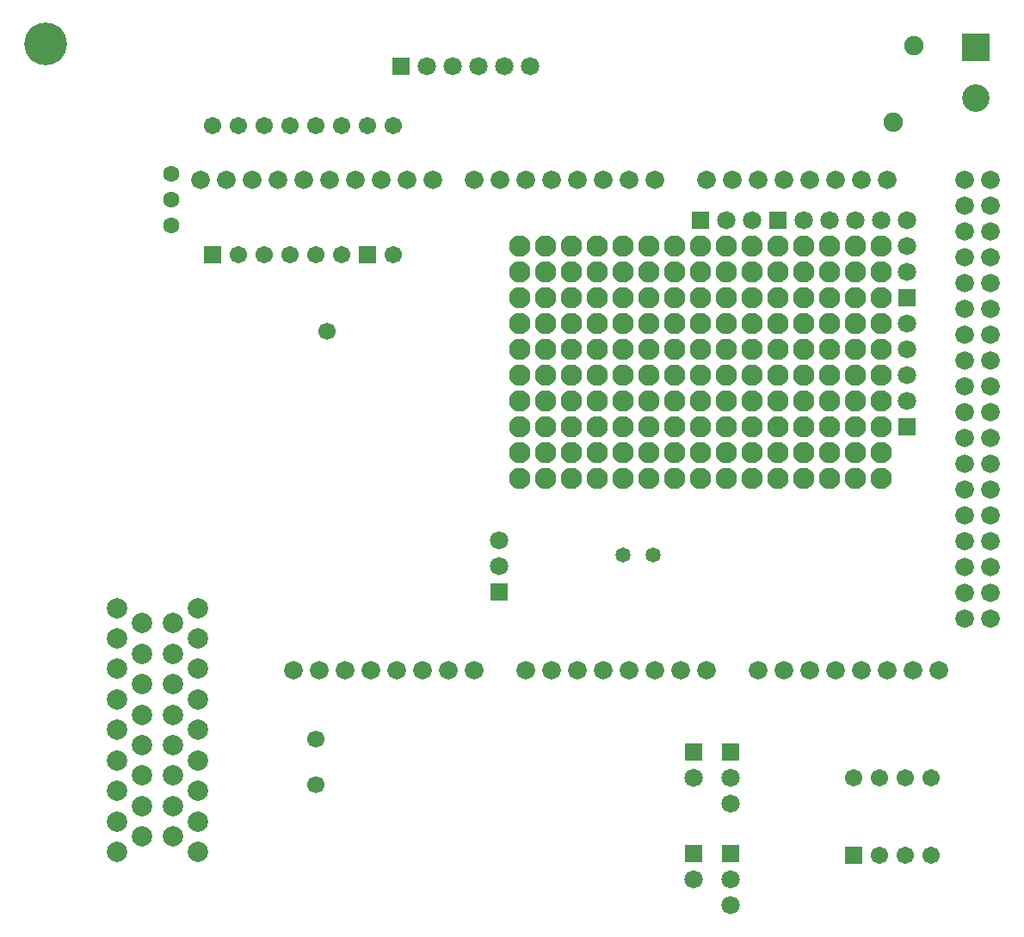
<source format=gbs>
G04*
G04 #@! TF.GenerationSoftware,Altium Limited,Altium Designer,20.2.4 (192)*
G04*
G04 Layer_Color=16711935*
%FSLAX44Y44*%
%MOMM*%
G71*
G04*
G04 #@! TF.SameCoordinates,BE2EEFCD-C29F-4362-AD25-489BCFFAE24D*
G04*
G04*
G04 #@! TF.FilePolarity,Negative*
G04*
G01*
G75*
%ADD47C,1.7000*%
%ADD48C,2.0032*%
%ADD49C,2.1020*%
G04:AMPARAMS|DCode=50|XSize=1.802mm|YSize=1.802mm|CornerRadius=0.901mm|HoleSize=0mm|Usage=FLASHONLY|Rotation=90.000|XOffset=0mm|YOffset=0mm|HoleType=Round|Shape=RoundedRectangle|*
%AMROUNDEDRECTD50*
21,1,1.8020,0.0000,0,0,90.0*
21,1,0.0000,1.8020,0,0,90.0*
1,1,1.8020,0.0000,0.0000*
1,1,1.8020,0.0000,0.0000*
1,1,1.8020,0.0000,0.0000*
1,1,1.8020,0.0000,0.0000*
%
%ADD50ROUNDEDRECTD50*%
%ADD51R,1.8020X1.8020*%
G04:AMPARAMS|DCode=52|XSize=1.802mm|YSize=1.802mm|CornerRadius=0.901mm|HoleSize=0mm|Usage=FLASHONLY|Rotation=0.000|XOffset=0mm|YOffset=0mm|HoleType=Round|Shape=RoundedRectangle|*
%AMROUNDEDRECTD52*
21,1,1.8020,0.0000,0,0,0.0*
21,1,0.0000,1.8020,0,0,0.0*
1,1,1.8020,0.0000,0.0000*
1,1,1.8020,0.0000,0.0000*
1,1,1.8020,0.0000,0.0000*
1,1,1.8020,0.0000,0.0000*
%
%ADD52ROUNDEDRECTD52*%
%ADD53R,1.8020X1.8020*%
%ADD54C,1.6020*%
%ADD55C,0.1020*%
%ADD56C,4.2020*%
%ADD57C,1.9020*%
G04:AMPARAMS|DCode=58|XSize=1.8292mm|YSize=1.8292mm|CornerRadius=0.9146mm|HoleSize=0mm|Usage=FLASHONLY|Rotation=0.000|XOffset=0mm|YOffset=0mm|HoleType=Round|Shape=RoundedRectangle|*
%AMROUNDEDRECTD58*
21,1,1.8292,0.0000,0,0,0.0*
21,1,0.0000,1.8292,0,0,0.0*
1,1,1.8292,0.0000,0.0000*
1,1,1.8292,0.0000,0.0000*
1,1,1.8292,0.0000,0.0000*
1,1,1.8292,0.0000,0.0000*
%
%ADD58ROUNDEDRECTD58*%
%ADD59C,1.4830*%
%ADD60R,1.7020X1.7020*%
G04:AMPARAMS|DCode=61|XSize=1.702mm|YSize=1.702mm|CornerRadius=0.851mm|HoleSize=0mm|Usage=FLASHONLY|Rotation=90.000|XOffset=0mm|YOffset=0mm|HoleType=Round|Shape=RoundedRectangle|*
%AMROUNDEDRECTD61*
21,1,1.7020,0.0000,0,0,90.0*
21,1,0.0000,1.7020,0,0,90.0*
1,1,1.7020,0.0000,0.0000*
1,1,1.7020,0.0000,0.0000*
1,1,1.7020,0.0000,0.0000*
1,1,1.7020,0.0000,0.0000*
%
%ADD61ROUNDEDRECTD61*%
%ADD62C,2.7020*%
%ADD63R,2.7020X2.7020*%
D47*
X1412000Y650000D02*
D03*
X1401000Y204000D02*
D03*
Y249000D02*
D03*
D48*
X1205000Y138000D02*
D03*
Y168000D02*
D03*
X1230000Y153000D02*
D03*
Y183000D02*
D03*
X1260000Y153000D02*
D03*
Y183000D02*
D03*
X1285000Y138000D02*
D03*
Y168000D02*
D03*
X1205000Y378000D02*
D03*
Y348000D02*
D03*
Y318000D02*
D03*
Y288000D02*
D03*
Y258000D02*
D03*
Y228000D02*
D03*
Y198000D02*
D03*
X1230000Y363000D02*
D03*
Y333000D02*
D03*
Y303000D02*
D03*
Y273000D02*
D03*
Y243000D02*
D03*
Y213000D02*
D03*
X1260000D02*
D03*
Y243000D02*
D03*
Y273000D02*
D03*
Y303000D02*
D03*
Y333000D02*
D03*
Y363000D02*
D03*
X1285000Y198000D02*
D03*
Y228000D02*
D03*
Y258000D02*
D03*
Y288000D02*
D03*
Y318000D02*
D03*
Y348000D02*
D03*
Y378000D02*
D03*
D49*
X1957150Y505200D02*
D03*
X1931750D02*
D03*
X1906350D02*
D03*
X1880950D02*
D03*
X1855550D02*
D03*
X1830150D02*
D03*
X1804750D02*
D03*
X1779350D02*
D03*
X1753950D02*
D03*
X1728550D02*
D03*
X1703150D02*
D03*
X1677750D02*
D03*
X1652350D02*
D03*
X1626950D02*
D03*
X1601550D02*
D03*
X1957150Y530600D02*
D03*
X1931750D02*
D03*
X1906350D02*
D03*
X1880950D02*
D03*
X1855550D02*
D03*
X1830150D02*
D03*
X1804750D02*
D03*
X1779350D02*
D03*
X1753950D02*
D03*
X1728550D02*
D03*
X1703150D02*
D03*
X1677750D02*
D03*
X1652350D02*
D03*
X1626950D02*
D03*
X1601550D02*
D03*
X1957150Y556000D02*
D03*
X1931750D02*
D03*
X1906350D02*
D03*
X1880950D02*
D03*
X1855550D02*
D03*
X1830150D02*
D03*
X1804750D02*
D03*
X1779350D02*
D03*
X1753950D02*
D03*
X1728550D02*
D03*
X1703150D02*
D03*
X1677750D02*
D03*
X1652350D02*
D03*
X1626950D02*
D03*
X1601550D02*
D03*
X1957150Y581400D02*
D03*
X1931750D02*
D03*
X1906350D02*
D03*
X1880950D02*
D03*
X1855550D02*
D03*
X1830150D02*
D03*
X1804750D02*
D03*
X1779350D02*
D03*
X1753950D02*
D03*
X1728550D02*
D03*
X1703150D02*
D03*
X1677750D02*
D03*
X1652350D02*
D03*
X1626950D02*
D03*
X1601550D02*
D03*
X1957150Y606800D02*
D03*
X1931750D02*
D03*
X1906350D02*
D03*
X1880950D02*
D03*
X1855550D02*
D03*
X1830150D02*
D03*
X1804750D02*
D03*
X1779350D02*
D03*
X1753950D02*
D03*
X1728550D02*
D03*
X1703150D02*
D03*
X1677750D02*
D03*
X1652350D02*
D03*
X1626950D02*
D03*
X1601550D02*
D03*
X1957150Y632200D02*
D03*
X1931750D02*
D03*
X1906350D02*
D03*
X1880950D02*
D03*
X1855550D02*
D03*
X1830150D02*
D03*
X1804750D02*
D03*
X1779350D02*
D03*
X1753950D02*
D03*
X1728550D02*
D03*
X1703150D02*
D03*
X1677750D02*
D03*
X1652350D02*
D03*
X1626950D02*
D03*
X1601550D02*
D03*
X1957150Y657600D02*
D03*
X1931750D02*
D03*
X1906350D02*
D03*
X1880950D02*
D03*
X1855550D02*
D03*
X1830150D02*
D03*
X1804750D02*
D03*
X1779350D02*
D03*
X1753950D02*
D03*
X1728550D02*
D03*
X1703150D02*
D03*
X1677750D02*
D03*
X1652350D02*
D03*
X1626950D02*
D03*
X1601550D02*
D03*
X1957150Y683000D02*
D03*
X1931750D02*
D03*
X1906350D02*
D03*
X1880950D02*
D03*
X1855550D02*
D03*
X1830150D02*
D03*
X1804750D02*
D03*
X1779350D02*
D03*
X1753950D02*
D03*
X1728550D02*
D03*
X1703150D02*
D03*
X1677750D02*
D03*
X1652350D02*
D03*
X1626950D02*
D03*
X1601550D02*
D03*
X1957150Y708400D02*
D03*
X1931750D02*
D03*
X1906350D02*
D03*
X1880950D02*
D03*
X1855550D02*
D03*
X1830150D02*
D03*
X1804750D02*
D03*
X1779350D02*
D03*
X1753950D02*
D03*
X1728550D02*
D03*
X1703150D02*
D03*
X1677750D02*
D03*
X1652350D02*
D03*
X1626950D02*
D03*
X1601550D02*
D03*
X1957150Y733800D02*
D03*
X1931750D02*
D03*
X1906350D02*
D03*
X1880950D02*
D03*
X1855550D02*
D03*
X1830150D02*
D03*
X1804750D02*
D03*
X1779350D02*
D03*
X1753950D02*
D03*
X1728550D02*
D03*
X1703150D02*
D03*
X1677750D02*
D03*
X1652350D02*
D03*
X1626950D02*
D03*
X1601550D02*
D03*
D50*
X1830150Y759200D02*
D03*
X1804750D02*
D03*
X1611800Y911000D02*
D03*
X1586400D02*
D03*
X1561000D02*
D03*
X1535600D02*
D03*
X1510200D02*
D03*
X1957150Y759200D02*
D03*
X1931750D02*
D03*
X1906350D02*
D03*
X1880950D02*
D03*
D51*
X1779350D02*
D03*
X1484800Y911000D02*
D03*
X1855550Y759200D02*
D03*
D52*
X1772000Y110600D02*
D03*
Y210600D02*
D03*
X1809000Y85200D02*
D03*
Y110600D02*
D03*
Y185200D02*
D03*
Y210600D02*
D03*
X1581000Y444800D02*
D03*
Y419400D02*
D03*
X1982550Y708400D02*
D03*
Y733800D02*
D03*
Y759200D02*
D03*
Y581400D02*
D03*
Y606800D02*
D03*
Y632200D02*
D03*
Y657600D02*
D03*
D53*
X1772000Y136000D02*
D03*
Y236000D02*
D03*
X1809000Y136000D02*
D03*
Y236000D02*
D03*
X1581000Y394000D02*
D03*
X1982550Y683000D02*
D03*
Y556000D02*
D03*
D54*
X1258200Y754430D02*
D03*
Y779830D02*
D03*
Y805230D02*
D03*
D55*
Y830630D02*
D03*
Y856030D02*
D03*
Y881430D02*
D03*
X1135000Y701930D02*
D03*
D56*
Y933430D02*
D03*
D57*
X1989000Y931000D02*
D03*
X1969000Y856000D02*
D03*
D58*
X1607000Y316400D02*
D03*
X1556200D02*
D03*
X1530800D02*
D03*
X1505400D02*
D03*
X1480000D02*
D03*
X1454600D02*
D03*
X1429200D02*
D03*
X1403800D02*
D03*
X1962600Y799000D02*
D03*
X1937200D02*
D03*
X1911800D02*
D03*
X1886400D02*
D03*
X1861000D02*
D03*
X1835600D02*
D03*
X1810200D02*
D03*
X1784800D02*
D03*
X1734000D02*
D03*
X1708600D02*
D03*
X1683200D02*
D03*
X1657800D02*
D03*
X1632400D02*
D03*
X1607000D02*
D03*
X1581600D02*
D03*
X1556200D02*
D03*
X1363160D02*
D03*
X1515560D02*
D03*
X1490160D02*
D03*
X1464760D02*
D03*
X1286960D02*
D03*
X1312360D02*
D03*
X1337760D02*
D03*
X1388560D02*
D03*
X1413960D02*
D03*
X1439360D02*
D03*
X1378400Y316400D02*
D03*
X1632400D02*
D03*
X1657800D02*
D03*
X1683200D02*
D03*
X1708600D02*
D03*
X1734000D02*
D03*
X1759400D02*
D03*
X1784800D02*
D03*
X1835600D02*
D03*
X1861000D02*
D03*
X1886400D02*
D03*
X1911800D02*
D03*
X1937200D02*
D03*
X1962600D02*
D03*
X1988000D02*
D03*
X2013400D02*
D03*
X2038800Y799000D02*
D03*
X2064200D02*
D03*
X2038800Y773600D02*
D03*
X2064200D02*
D03*
X2038800Y748200D02*
D03*
X2064200D02*
D03*
X2038800Y722800D02*
D03*
X2064200D02*
D03*
X2038800Y697400D02*
D03*
X2064200D02*
D03*
X2038800Y672000D02*
D03*
X2064200D02*
D03*
X2038800Y646600D02*
D03*
X2064200D02*
D03*
X2038800Y621200D02*
D03*
X2064200D02*
D03*
X2038800Y595800D02*
D03*
X2064200D02*
D03*
X2038800Y570400D02*
D03*
X2064200D02*
D03*
X2038800Y545000D02*
D03*
X2064200D02*
D03*
X2038800Y519600D02*
D03*
X2064200D02*
D03*
X2038800Y494200D02*
D03*
X2064200D02*
D03*
X2038800Y468800D02*
D03*
X2064200D02*
D03*
X2038800Y443400D02*
D03*
X2064200D02*
D03*
X2038800Y418000D02*
D03*
X2064200D02*
D03*
X2038800Y392600D02*
D03*
X2064200D02*
D03*
X2038800Y367200D02*
D03*
X2064200D02*
D03*
D59*
X1733000Y430000D02*
D03*
X1703000D02*
D03*
D60*
X1299000Y726000D02*
D03*
X1451400D02*
D03*
X1930000Y135000D02*
D03*
D61*
X1476800Y853000D02*
D03*
X1324400Y726000D02*
D03*
X1451400Y853000D02*
D03*
X1349800Y726000D02*
D03*
X1426000Y853000D02*
D03*
X1375200Y726000D02*
D03*
X1400600Y853000D02*
D03*
Y726000D02*
D03*
X1375200Y853000D02*
D03*
X1426000Y726000D02*
D03*
X1349800Y853000D02*
D03*
X1324400D02*
D03*
X1476800Y726000D02*
D03*
X1299000Y853000D02*
D03*
X2006200Y211200D02*
D03*
X1955400Y135000D02*
D03*
X1980800Y211200D02*
D03*
Y135000D02*
D03*
X1955400Y211200D02*
D03*
X2006200Y135000D02*
D03*
X1930000Y211200D02*
D03*
D62*
X2050000Y880000D02*
D03*
D63*
Y930000D02*
D03*
M02*

</source>
